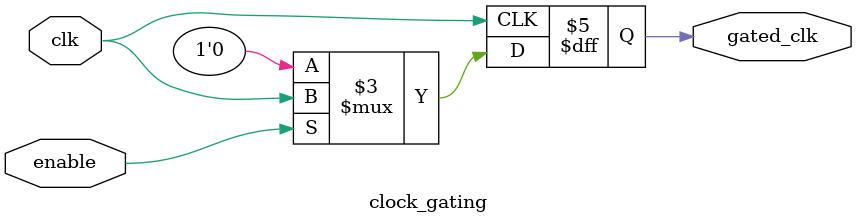
<source format=v>
module clock_gating(
    input clk,
    input enable,
    output reg gated_clk
);
    always @(posedge clk) begin
        if (enable) begin
            gated_clk <= clk;
        end else begin
            gated_clk <= 1'b0;
        end
    end
endmodule
</source>
